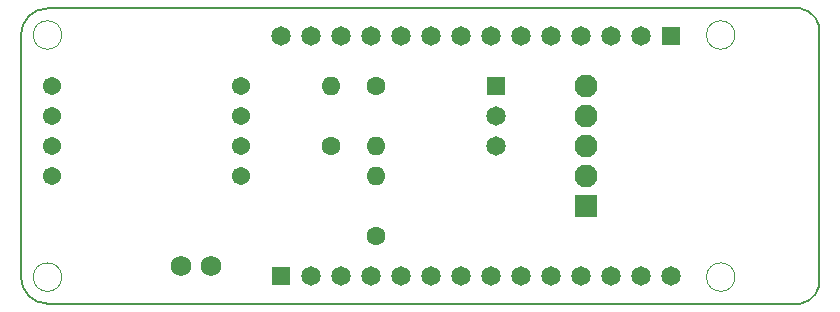
<source format=gbr>
G04 #@! TF.GenerationSoftware,KiCad,Pcbnew,(5.1.6)-1*
G04 #@! TF.CreationDate,2020-05-27T17:34:02-07:00*
G04 #@! TF.ProjectId,MKRShield_v1,4d4b5253-6869-4656-9c64-5f76312e6b69,0.1*
G04 #@! TF.SameCoordinates,Original*
G04 #@! TF.FileFunction,Copper,L3,Inr*
G04 #@! TF.FilePolarity,Positive*
%FSLAX46Y46*%
G04 Gerber Fmt 4.6, Leading zero omitted, Abs format (unit mm)*
G04 Created by KiCad (PCBNEW (5.1.6)-1) date 2020-05-27 17:34:02*
%MOMM*%
%LPD*%
G01*
G04 APERTURE LIST*
G04 #@! TA.AperFunction,Profile*
%ADD10C,0.150000*%
G04 #@! TD*
G04 #@! TA.AperFunction,EtchedComponent*
%ADD11C,0.100000*%
G04 #@! TD*
G04 #@! TA.AperFunction,ViaPad*
%ADD12O,1.600000X1.600000*%
G04 #@! TD*
G04 #@! TA.AperFunction,ViaPad*
%ADD13C,1.600000*%
G04 #@! TD*
G04 #@! TA.AperFunction,ViaPad*
%ADD14C,1.650000*%
G04 #@! TD*
G04 #@! TA.AperFunction,ViaPad*
%ADD15R,1.650000X1.650000*%
G04 #@! TD*
G04 #@! TA.AperFunction,ViaPad*
%ADD16C,1.755000*%
G04 #@! TD*
G04 #@! TA.AperFunction,ViaPad*
%ADD17C,1.950000*%
G04 #@! TD*
G04 #@! TA.AperFunction,ViaPad*
%ADD18R,1.950000X1.950000*%
G04 #@! TD*
G04 #@! TA.AperFunction,ViaPad*
%ADD19C,1.541000*%
G04 #@! TD*
G04 APERTURE END LIST*
D10*
X180687479Y-117503600D02*
X116937479Y-117503600D01*
X114687479Y-115253600D02*
X114687479Y-94753600D01*
X116937479Y-92503600D02*
X180687479Y-92503600D01*
X114687479Y-115253600D02*
G75*
G03*
X116937479Y-117503600I2250000J0D01*
G01*
X116937479Y-92503600D02*
G75*
G03*
X114687479Y-94753600I0J-2250000D01*
G01*
X180687479Y-117503600D02*
G75*
G03*
X182287479Y-115253600I-325000J1925000D01*
G01*
X180687479Y-92503600D02*
G75*
G02*
X182287479Y-94753600I-325000J-1925000D01*
G01*
X182287479Y-115253600D02*
X182287479Y-94753600D01*
D11*
G04 #@! TO.C,U$5*
X118143979Y-115253600D02*
G75*
G03*
X118143979Y-115253600I-1206500J0D01*
G01*
G04 #@! TO.C,U$6*
X118143979Y-94753600D02*
G75*
G03*
X118143979Y-94753600I-1206500J0D01*
G01*
G04 #@! TO.C,U$7*
X175143979Y-94753600D02*
G75*
G03*
X175143979Y-94753600I-1206500J0D01*
G01*
G04 #@! TO.C,U$8*
X175143979Y-115253600D02*
G75*
G03*
X175143979Y-115253600I-1206500J0D01*
G01*
G04 #@! TD*
D12*
G04 #@! TO.N,Net-(IC1-Pad2)*
G04 #@! TO.C,Sensor_SDA1*
X140970000Y-99060000D03*
D13*
G04 #@! TO.N,Net-(IC1-Pad3)*
X140970000Y-104140000D03*
G04 #@! TD*
D12*
G04 #@! TO.N,Net-(IC1-Pad2)*
G04 #@! TO.C,Sensor_SCL1*
X144780000Y-104140000D03*
D13*
G04 #@! TO.N,Net-(IC1-Pad4)*
X144780000Y-99060000D03*
G04 #@! TD*
D12*
G04 #@! TO.N,GND*
G04 #@! TO.C,5k1*
X144780000Y-106680000D03*
D13*
G04 #@! TO.N,Net-(5k1-Pad1)*
X144780000Y-111760000D03*
G04 #@! TD*
D14*
G04 #@! TO.N,Net-(J1-Pad11)*
G04 #@! TO.C,J3*
X154940000Y-104140000D03*
G04 #@! TO.N,GND*
X154940000Y-101600000D03*
D15*
G04 #@! TO.N,Net-(IC1-Pad2)*
X154940000Y-99060000D03*
G04 #@! TD*
D16*
G04 #@! TO.N,Net-(5k1-Pad1)*
G04 #@! TO.C,IC2*
X130810000Y-114300000D03*
G04 #@! TO.N,Net-(IC1-Pad2)*
X128270000Y-114300000D03*
G04 #@! TD*
D17*
G04 #@! TO.N,Net-(J4-Pad5)*
G04 #@! TO.C,J4*
X162560000Y-99060000D03*
G04 #@! TO.N,Net-(J2-Pad4)*
X162560000Y-101600000D03*
G04 #@! TO.N,Net-(J2-Pad3)*
X162560000Y-104140000D03*
G04 #@! TO.N,Net-(J1-Pad13)*
X162560000Y-106680000D03*
D18*
G04 #@! TO.N,Net-(J1-Pad12)*
X162560000Y-109220000D03*
G04 #@! TD*
D19*
G04 #@! TO.N,Net-(IC1-Pad8)*
G04 #@! TO.C,IC1*
X117350000Y-106680000D03*
G04 #@! TO.N,Net-(IC1-Pad7)*
X117350000Y-104140000D03*
G04 #@! TO.N,Net-(IC1-Pad6)*
X117350000Y-101600000D03*
G04 #@! TO.N,Net-(IC1-Pad5)*
X117350000Y-99060000D03*
G04 #@! TO.N,Net-(IC1-Pad4)*
X133350000Y-99060000D03*
G04 #@! TO.N,Net-(IC1-Pad3)*
X133350000Y-101600000D03*
G04 #@! TO.N,Net-(IC1-Pad2)*
X133350000Y-104140000D03*
G04 #@! TO.N,GND*
X133350000Y-106680000D03*
G04 #@! TD*
D15*
G04 #@! TO.N,Net-(J1-Pad1)*
G04 #@! TO.C,J1*
X136690000Y-115150000D03*
D14*
G04 #@! TO.N,Net-(J1-Pad2)*
X139230000Y-115150000D03*
G04 #@! TO.N,Net-(J1-Pad3)*
X141770000Y-115150000D03*
G04 #@! TO.N,Net-(J1-Pad4)*
X144310000Y-115150000D03*
G04 #@! TO.N,Net-(J1-Pad5)*
X146850000Y-115150000D03*
G04 #@! TO.N,Net-(J1-Pad6)*
X149390000Y-115150000D03*
G04 #@! TO.N,Net-(J1-Pad7)*
X151930000Y-115150000D03*
G04 #@! TO.N,Net-(J1-Pad8)*
X154470000Y-115150000D03*
G04 #@! TO.N,Net-(J1-Pad9)*
X157010000Y-115150000D03*
G04 #@! TO.N,Net-(5k1-Pad1)*
X159550000Y-115150000D03*
G04 #@! TO.N,Net-(J1-Pad11)*
X162090000Y-115150000D03*
G04 #@! TO.N,Net-(J1-Pad12)*
X164630000Y-115150000D03*
G04 #@! TO.N,Net-(J1-Pad13)*
X167170000Y-115150000D03*
G04 #@! TO.N,Net-(J1-Pad14)*
X169710000Y-115150000D03*
G04 #@! TD*
G04 #@! TO.N,Net-(J2-Pad14)*
G04 #@! TO.C,J2*
X136740000Y-94850000D03*
G04 #@! TO.N,Net-(J2-Pad13)*
X139280000Y-94850000D03*
G04 #@! TO.N,Net-(IC1-Pad2)*
X141820000Y-94850000D03*
G04 #@! TO.N,GND*
X144360000Y-94850000D03*
G04 #@! TO.N,/RESET*
X146900000Y-94850000D03*
G04 #@! TO.N,Net-(J2-Pad9)*
X149440000Y-94850000D03*
G04 #@! TO.N,Net-(J2-Pad8)*
X151980000Y-94850000D03*
G04 #@! TO.N,Net-(IC1-Pad4)*
X154520000Y-94850000D03*
G04 #@! TO.N,Net-(IC1-Pad3)*
X157060000Y-94850000D03*
G04 #@! TO.N,Net-(J2-Pad5)*
X159600000Y-94850000D03*
G04 #@! TO.N,Net-(J2-Pad4)*
X162140000Y-94850000D03*
G04 #@! TO.N,Net-(J2-Pad3)*
X164680000Y-94850000D03*
G04 #@! TO.N,Net-(J2-Pad2)*
X167220000Y-94850000D03*
D15*
G04 #@! TO.N,Net-(J2-Pad1)*
X169760000Y-94850000D03*
G04 #@! TD*
M02*

</source>
